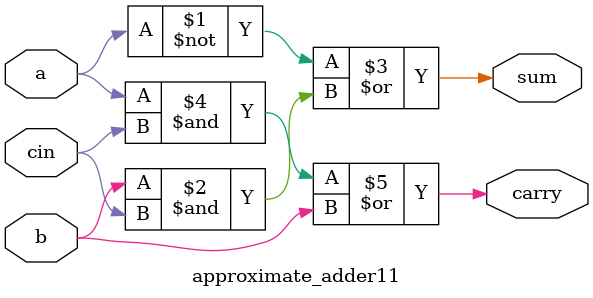
<source format=v>


module approximate_adder11  (input a,b,cin,
                          output sum,carry);

  assign sum=(~a)|(b&cin);
  assign carry=(a&cin)|b;
endmodule
</source>
